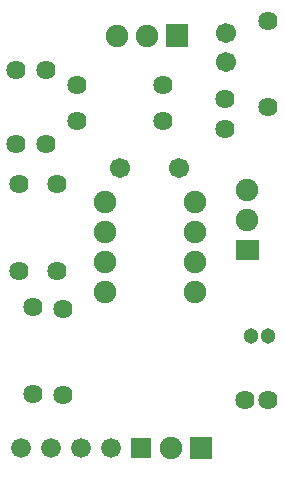
<source format=gts>
G04 Layer: TopSolderMaskLayer*
G04 EasyEDA v6.4.31, 2022-01-29 23:58:21*
G04 f8a1f9972e504da7969cdc8d593e69ee,00a5ad12733442db97615573759eb5db,10*
G04 Gerber Generator version 0.2*
G04 Scale: 100 percent, Rotated: No, Reflected: No *
G04 Dimensions in millimeters *
G04 leading zeros omitted , absolute positions ,4 integer and 5 decimal *
%FSLAX45Y45*%
%MOMM*%

%ADD24C,1.7016*%
%ADD25C,1.9016*%
%ADD27C,1.6256*%
%ADD28C,1.6764*%
%ADD31C,1.3016*%

%LPD*%
D24*
G01*
X1943100Y3744493D03*
G01*
X1943100Y3494506D03*
D25*
G01*
X2120900Y2413000D03*
G01*
X2120900Y2159000D03*
G36*
X2025904Y1821179D02*
G01*
X2025904Y1988820D01*
X2215895Y1988820D01*
X2215895Y1821179D01*
G37*
D27*
G01*
X304800Y1419097D03*
G01*
X304800Y689076D03*
D28*
G01*
X203200Y228600D03*
G01*
X457200Y228600D03*
G01*
X711200Y228600D03*
G01*
X965200Y228600D03*
G36*
X1135379Y144779D02*
G01*
X1135379Y312420D01*
X1303020Y312420D01*
X1303020Y144779D01*
G37*
D27*
G01*
X558800Y1406397D03*
G01*
X558800Y676376D03*
D25*
G01*
X914400Y2311400D03*
G01*
X914400Y2057400D03*
G01*
X1676400Y2057400D03*
G01*
X1676400Y2311400D03*
G01*
X914400Y1803400D03*
G01*
X914400Y1549400D03*
G01*
X1676400Y1803400D03*
G01*
X1676400Y1549400D03*
G36*
X1429004Y3626104D02*
G01*
X1429004Y3816095D01*
X1618995Y3816095D01*
X1618995Y3626104D01*
G37*
G01*
X1270000Y3721100D03*
G01*
X1016000Y3721100D03*
D31*
G01*
X2147493Y1181100D03*
G01*
X2297506Y1181100D03*
D24*
G01*
X1045413Y2603500D03*
G01*
X1545412Y2603500D03*
D27*
G01*
X1930400Y2933700D03*
G01*
X1930400Y3187700D03*
G01*
X165100Y2806700D03*
G01*
X419100Y2806700D03*
G01*
X165100Y3429000D03*
G01*
X419100Y3429000D03*
G01*
X1406397Y2997200D03*
G01*
X676376Y2997200D03*
G01*
X2298700Y3114776D03*
G01*
X2298700Y3844797D03*
G01*
X190500Y1730476D03*
G01*
X190500Y2460497D03*
G01*
X508000Y1730476D03*
G01*
X508000Y2460497D03*
G01*
X1406423Y3302000D03*
G01*
X676402Y3302000D03*
G01*
X2297175Y635000D03*
G01*
X2097024Y635000D03*
D25*
G01*
X1473200Y228600D03*
G36*
X1632204Y133604D02*
G01*
X1632204Y323595D01*
X1822195Y323595D01*
X1822195Y133604D01*
G37*
M02*

</source>
